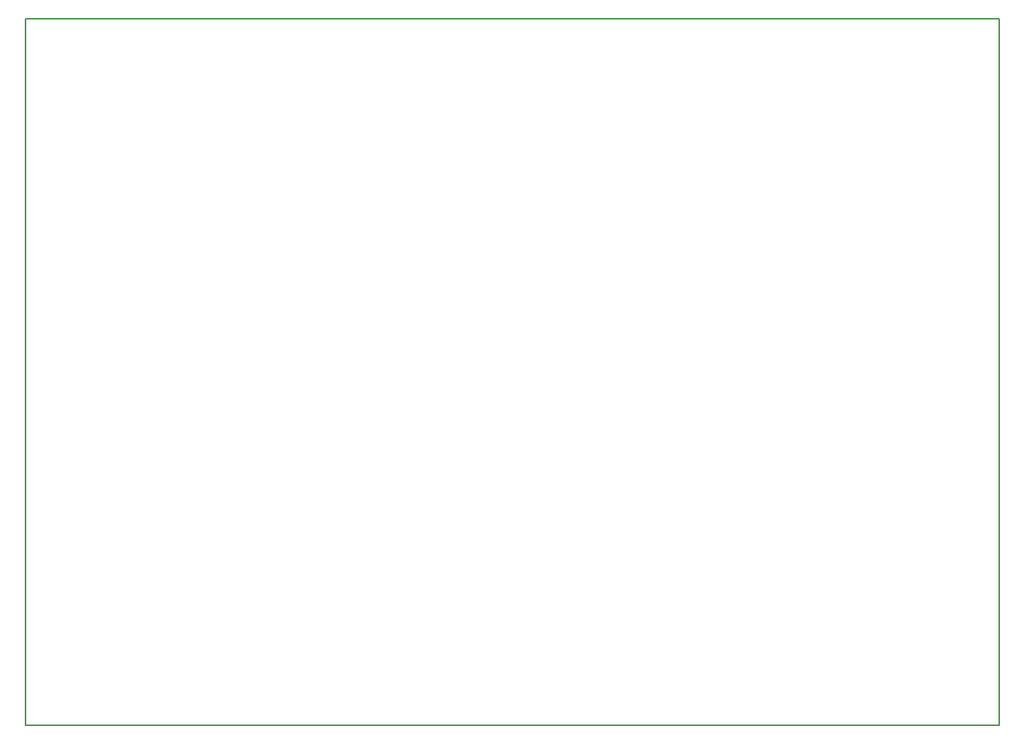
<source format=gm1>
G04 MADE WITH FRITZING*
G04 WWW.FRITZING.ORG*
G04 SINGLE SIDED*
G04 HOLES NOT PLATED*
G04 CONTOUR ON CENTER OF CONTOUR VECTOR*
%ASAXBY*%
%FSLAX23Y23*%
%MOIN*%
%OFA0B0*%
%SFA1.0B1.0*%
%ADD10R,4.330720X3.149610*%
%ADD11C,0.008000*%
%ADD10C,0.008*%
%LNCONTOUR*%
G90*
G70*
G54D10*
G54D11*
X4Y3146D02*
X4327Y3146D01*
X4327Y4D01*
X4Y4D01*
X4Y3146D01*
D02*
G04 End of contour*
M02*
</source>
